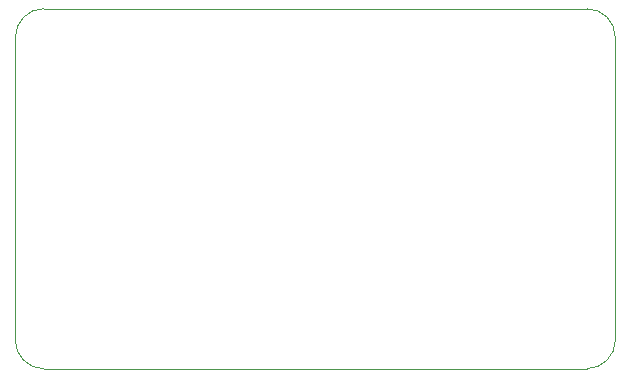
<source format=gm1>
%TF.GenerationSoftware,KiCad,Pcbnew,8.0.5*%
%TF.CreationDate,2025-01-15T09:47:39+05:30*%
%TF.ProjectId,MCU_Datalogger,4d43555f-4461-4746-916c-6f676765722e,1*%
%TF.SameCoordinates,Original*%
%TF.FileFunction,Profile,NP*%
%FSLAX46Y46*%
G04 Gerber Fmt 4.6, Leading zero omitted, Abs format (unit mm)*
G04 Created by KiCad (PCBNEW 8.0.5) date 2025-01-15 09:47:39*
%MOMM*%
%LPD*%
G01*
G04 APERTURE LIST*
%TA.AperFunction,Profile*%
%ADD10C,0.050000*%
%TD*%
G04 APERTURE END LIST*
D10*
X127889000Y-127508000D02*
G75*
G02*
X125476000Y-125095000I0J2413000D01*
G01*
X176276000Y-99441000D02*
X176276000Y-125095000D01*
X176276000Y-125095000D02*
G75*
G02*
X173863000Y-127508000I-2413000J0D01*
G01*
X125476000Y-99441000D02*
G75*
G02*
X127889000Y-97028000I2413000J0D01*
G01*
X127889000Y-97028000D02*
X173863000Y-97028000D01*
X173863000Y-127508000D02*
X127889000Y-127508000D01*
X173863000Y-97028000D02*
G75*
G02*
X176276000Y-99441000I0J-2413000D01*
G01*
X125476000Y-125095000D02*
X125476000Y-99441000D01*
M02*

</source>
